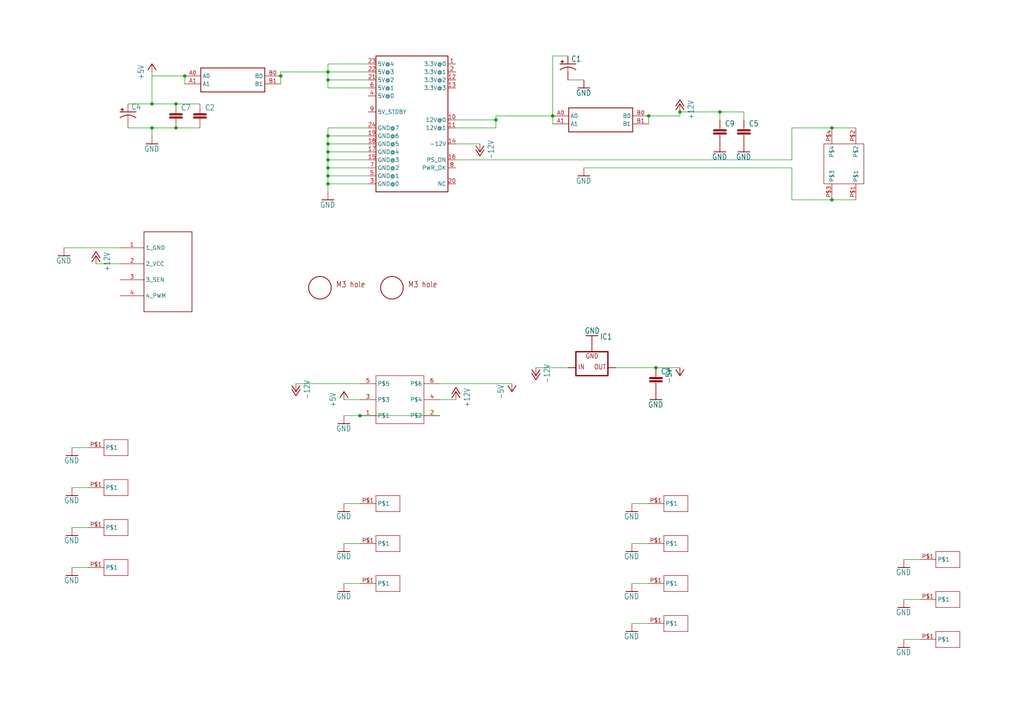
<source format=kicad_sch>
(kicad_sch (version 20230121) (generator eeschema)
  (paper "User" 325.196 229.438)
  (lib_symbols
    (symbol "appleii-eagle-import:+12V" (power)
      (property "Value" "+12V" (at -2.54 -5.08 90))
      (symbol "+12V_1_0"
        (polyline (pts (xy 0 0) (xy -1.27 -1.905)) (stroke (width 0.254)))
        (polyline (pts (xy 0 1.27) (xy -1.27 -0.635)) (stroke (width 0.254)))
        (polyline (pts (xy 1.27 -1.905) (xy 0 0)) (stroke (width 0.254)))
        (polyline (pts (xy 1.27 -0.635) (xy 0 1.27)) (stroke (width 0.254)))
        (pin power_in line (at 0 -2.54 90) (length 2.54) (name "+12V") (number "1"))
      )
    )
    (symbol "appleii-eagle-import:+5V" (power)
      (property "Value" "+5V" (at -2.54 -5.08 90))
      (symbol "+5V_1_0"
        (polyline (pts (xy 0 0) (xy -1.27 -1.905)) (stroke (width 0.254)))
        (polyline (pts (xy 1.27 -1.905) (xy 0 0)) (stroke (width 0.254)))
        (pin power_in line (at 0 -2.54 90) (length 2.54) (name "+5V") (number "1"))
      )
    )
    (symbol "appleii-eagle-import:-12V" (power)
      (property "Value" "-12V" (at -2.54 -2.54 90))
      (symbol "-12V_1_0"
        (polyline (pts (xy -1.27 0.635) (xy 0 -1.27)) (stroke (width 0.254)))
        (polyline (pts (xy -1.27 1.905) (xy 0 0)) (stroke (width 0.254)))
        (polyline (pts (xy 0 -1.27) (xy 1.27 0.635)) (stroke (width 0.254)))
        (polyline (pts (xy 0 0) (xy 1.27 1.905)) (stroke (width 0.254)))
        (pin power_in line (at 0 2.54 270) (length 2.54) (name "-12V") (number "1"))
      )
    )
    (symbol "appleii-eagle-import:-5V" (power)
      (property "Value" "-5V" (at -2.54 -2.54 90))
      (symbol "-5V_1_0"
        (polyline (pts (xy -1.27 1.905) (xy 0 0)) (stroke (width 0.254)))
        (polyline (pts (xy 0 0) (xy 1.27 1.905)) (stroke (width 0.254)))
        (pin power_in line (at 0 2.54 270) (length 2.54) (name "-5V") (number "1"))
      )
    )
    (symbol "appleii-eagle-import:4PIN_FAN"
      (symbol "4PIN_FAN_1_0"
        (polyline (pts (xy -5.08 -12.7) (xy 10.16 -12.7)) (stroke (width 0.2032)))
        (polyline (pts (xy -5.08 12.7) (xy -5.08 -12.7)) (stroke (width 0.2032)))
        (polyline (pts (xy 10.16 -12.7) (xy 10.16 12.7)) (stroke (width 0.2032)))
        (polyline (pts (xy 10.16 12.7) (xy -5.08 12.7)) (stroke (width 0.2032)))
        (pin passive line (at -12.7 7.62 0) (length 7.62) (name "1_GND") (number "1"))
        (pin passive line (at -12.7 2.54 0) (length 7.62) (name "2_VCC") (number "2"))
        (pin passive line (at -12.7 -2.54 0) (length 7.62) (name "3_SEN") (number "3"))
        (pin passive line (at -12.7 -7.62 0) (length 7.62) (name "4_PWM") (number "4"))
      )
    )
    (symbol "appleii-eagle-import:79XXS"
      (property "Reference" "IC" (at 2.54 8.89 0))
      (symbol "79XXS_1_0"
        (polyline (pts (xy -5.08 -2.54) (xy 5.08 -2.54)) (stroke (width 0.4064)))
        (polyline (pts (xy -5.08 5.08) (xy -5.08 -2.54)) (stroke (width 0.4064)))
        (polyline (pts (xy 5.08 -2.54) (xy 5.08 5.08)) (stroke (width 0.4064)))
        (polyline (pts (xy 5.08 5.08) (xy -5.08 5.08)) (stroke (width 0.4064)))
        (text "GND" (at -2.032 2.794 0) (effects (font (size 1.524 1.2954)) (justify left bottom)))
        (text "IN" (at -4.445 -0.635 0) (effects (font (size 1.524 1.2954)) (justify left bottom)))
        (text "OUT" (at 0.635 -0.635 0) (effects (font (size 1.524 1.2954)) (justify left bottom)))
        (pin input line (at 0 7.62 270) (length 2.54) (name "GND") (number "GND"))
        (pin input line (at -7.62 0 0) (length 2.54) (name "IN") (number "IN"))
        (pin passive line (at 7.62 0 180) (length 2.54) (name "OUT") (number "OUT"))
      )
    )
    (symbol "appleii-eagle-import:APPLEII"
      (symbol "APPLEII_1_0"
        (polyline (pts (xy -7.62 -7.62) (xy -7.62 7.62)) (stroke (width 0.1524)))
        (polyline (pts (xy -7.62 7.62) (xy 7.62 7.62)) (stroke (width 0.1524)))
        (polyline (pts (xy 7.62 -7.62) (xy -7.62 -7.62)) (stroke (width 0.1524)))
        (polyline (pts (xy 7.62 7.62) (xy 7.62 -7.62)) (stroke (width 0.1524)))
        (pin bidirectional line (at -12.7 -5.08 0) (length 5.08) (name "P$1") (number "1"))
        (pin bidirectional line (at 12.7 -5.08 180) (length 5.08) (name "P$2") (number "2"))
        (pin bidirectional line (at -12.7 0 0) (length 5.08) (name "P$3") (number "3"))
        (pin bidirectional line (at 12.7 0 180) (length 5.08) (name "P$4") (number "4"))
        (pin bidirectional line (at -12.7 5.08 0) (length 5.08) (name "P$5") (number "5"))
        (pin bidirectional line (at 12.7 5.08 180) (length 5.08) (name "P$6") (number "6"))
      )
    )
    (symbol "appleii-eagle-import:ATX24RH"
      (symbol "ATX24RH_1_0"
        (polyline (pts (xy -12.7 -22.86) (xy -12.7 20.32)) (stroke (width 0.254)))
        (polyline (pts (xy -12.7 20.32) (xy 10.16 20.32)) (stroke (width 0.254)))
        (polyline (pts (xy 10.16 -22.86) (xy -12.7 -22.86)) (stroke (width 0.254)))
        (polyline (pts (xy 10.16 20.32) (xy 10.16 -22.86)) (stroke (width 0.254)))
        (pin bidirectional line (at 12.7 17.78 180) (length 2.54) (name "3.3V@0") (number "1"))
        (pin bidirectional line (at 12.7 0 180) (length 2.54) (name "12V@0") (number "10"))
        (pin bidirectional line (at 12.7 -2.54 180) (length 2.54) (name "12V@1") (number "11"))
        (pin bidirectional line (at 12.7 12.7 180) (length 2.54) (name "3.3V@2") (number "12"))
        (pin bidirectional line (at 12.7 10.16 180) (length 2.54) (name "3.3V@3") (number "13"))
        (pin bidirectional line (at 12.7 -7.62 180) (length 2.54) (name "-12V") (number "14"))
        (pin bidirectional line (at -15.24 -12.7 0) (length 2.54) (name "GND@3") (number "15"))
        (pin bidirectional line (at 12.7 -12.7 180) (length 2.54) (name "PS_ON") (number "16"))
        (pin bidirectional line (at -15.24 -10.16 0) (length 2.54) (name "GND@4") (number "17"))
        (pin bidirectional line (at -15.24 -7.62 0) (length 2.54) (name "GND@5") (number "18"))
        (pin bidirectional line (at -15.24 -5.08 0) (length 2.54) (name "GND@6") (number "19"))
        (pin bidirectional line (at 12.7 15.24 180) (length 2.54) (name "3.3V@1") (number "2"))
        (pin bidirectional line (at 12.7 -20.32 180) (length 2.54) (name "NC") (number "20"))
        (pin bidirectional line (at -15.24 12.7 0) (length 2.54) (name "5V@2") (number "21"))
        (pin bidirectional line (at -15.24 15.24 0) (length 2.54) (name "5V@3") (number "22"))
        (pin bidirectional line (at -15.24 17.78 0) (length 2.54) (name "5V@4") (number "23"))
        (pin bidirectional line (at -15.24 -2.54 0) (length 2.54) (name "GND@7") (number "24"))
        (pin bidirectional line (at -15.24 -20.32 0) (length 2.54) (name "GND@0") (number "3"))
        (pin bidirectional line (at -15.24 7.62 0) (length 2.54) (name "5V@0") (number "4"))
        (pin bidirectional line (at -15.24 -17.78 0) (length 2.54) (name "GND@1") (number "5"))
        (pin bidirectional line (at -15.24 10.16 0) (length 2.54) (name "5V@1") (number "6"))
        (pin bidirectional line (at -15.24 -15.24 0) (length 2.54) (name "GND@2") (number "7"))
        (pin bidirectional line (at 12.7 -15.24 180) (length 2.54) (name "PWR_OK") (number "8"))
        (pin bidirectional line (at -15.24 2.54 0) (length 2.54) (name "5V_STDBY") (number "9"))
      )
    )
    (symbol "appleii-eagle-import:C5/2.5"
      (property "Reference" "C" (at 1.524 0.381 0))
      (symbol "C5/2.5_1_0"
        (rectangle (start -2.032 -2.032) (end 2.032 -1.524) (fill (type outline)))
        (rectangle (start -2.032 -1.016) (end 2.032 -0.508) (fill (type outline)))
        (polyline (pts (xy 0 -2.54) (xy 0 -2.032)) (stroke (width 0.1524)))
        (polyline (pts (xy 0 0) (xy 0 -0.508)) (stroke (width 0.1524)))
        (pin passive line (at 0 2.54 270) (length 2.54) (name "1") (number "1"))
        (pin passive line (at 0 -5.08 90) (length 2.54) (name "2") (number "2"))
      )
    )
    (symbol "appleii-eagle-import:CAR_FUSE_HOLDER3IN1"
      (symbol "CAR_FUSE_HOLDER3IN1_1_0"
        (polyline (pts (xy -9.906 -3.81) (xy -9.906 3.81)) (stroke (width 0.254)))
        (polyline (pts (xy -9.906 3.81) (xy 10.414 3.81)) (stroke (width 0.254)))
        (polyline (pts (xy 10.414 -3.81) (xy -9.906 -3.81)) (stroke (width 0.254)))
        (polyline (pts (xy 10.414 3.81) (xy 10.414 -3.81)) (stroke (width 0.254)))
        (pin bidirectional line (at -14.986 1.27 0) (length 5.08) (name "A0") (number "A0"))
        (pin bidirectional line (at -14.986 -1.27 0) (length 5.08) (name "A1") (number "A1"))
        (pin bidirectional line (at 15.494 1.27 180) (length 5.08) (name "B0") (number "B0"))
        (pin bidirectional line (at 15.494 -1.27 180) (length 5.08) (name "B1") (number "B1"))
      )
    )
    (symbol "appleii-eagle-import:CPOL-USE3.5-8"
      (property "Reference" "C" (at 1.016 0.635 0))
      (symbol "CPOL-USE3.5-8_1_0"
        (rectangle (start -2.253 0.668) (end -1.364 0.795) (fill (type outline)))
        (rectangle (start -1.872 0.287) (end -1.745 1.176) (fill (type outline)))
        (arc (start 0 -1.0161) (mid -1.3021 -1.2303) (end -2.4669 -1.8504) (stroke (width 0.254)))
        (polyline (pts (xy -2.54 0) (xy 2.54 0)) (stroke (width 0.254)))
        (polyline (pts (xy 0 -1.016) (xy 0 -2.54)) (stroke (width 0.1524)))
        (arc (start 2.4892 -1.8541) (mid 1.3158 -1.2194) (end 0 -1) (stroke (width 0.254)))
        (pin passive line (at 0 2.54 270) (length 2.54) (name "+") (number "+"))
        (pin passive line (at 0 -5.08 90) (length 2.54) (name "-") (number "-"))
      )
    )
    (symbol "appleii-eagle-import:EDGEPAD"
      (symbol "EDGEPAD_1_0"
        (polyline (pts (xy 0 -2.54) (xy 7.62 -2.54)) (stroke (width 0.1524)))
        (polyline (pts (xy 0 2.54) (xy 0 -2.54)) (stroke (width 0.1524)))
        (polyline (pts (xy 7.62 -2.54) (xy 7.62 2.54)) (stroke (width 0.1524)))
        (polyline (pts (xy 7.62 2.54) (xy 0 2.54)) (stroke (width 0.1524)))
        (pin bidirectional line (at -5.08 0 0) (length 5.08) (name "P$1") (number "P$1"))
      )
    )
    (symbol "appleii-eagle-import:GND" (power)
      (property "Value" "GND" (at -2.54 -2.54 0))
      (symbol "GND_1_0"
        (polyline (pts (xy -1.905 0) (xy 1.905 0)) (stroke (width 0.254)))
        (pin power_in line (at 0 2.54 270) (length 2.54) (name "GND") (number "1"))
      )
    )
    (symbol "appleii-eagle-import:M3_MOUNTING_HOLE"
      (symbol "M3_MOUNTING_HOLE_1_0"
        (circle (center 0 0) (radius 3.5921) (stroke (width 0.254)))
        (text "M3 hole" (at 5.08 0 0) (effects (font (size 1.778 1.5113)) (justify left bottom)))
      )
    )
    (symbol "appleii-eagle-import:ROCK_SW"
      (symbol "ROCK_SW_1_0"
        (polyline (pts (xy -5.08 -5.08) (xy 7.62 -5.08)) (stroke (width 0.1524)))
        (polyline (pts (xy -5.08 7.62) (xy -5.08 -5.08)) (stroke (width 0.1524)))
        (polyline (pts (xy 7.62 -5.08) (xy 7.62 7.62)) (stroke (width 0.1524)))
        (polyline (pts (xy 7.62 7.62) (xy -5.08 7.62)) (stroke (width 0.1524)))
        (pin bidirectional line (at -10.16 -2.54 0) (length 5.08) (name "P$1") (number "P$1"))
        (pin bidirectional line (at 12.7 -2.54 180) (length 5.08) (name "P$2") (number "P$2"))
        (pin bidirectional line (at -10.16 5.08 0) (length 5.08) (name "P$3") (number "P$3"))
        (pin bidirectional line (at 12.7 5.08 180) (length 5.08) (name "P$4") (number "P$4"))
      )
    )
  )
  (junction (at 58.674 24.13))
  (junction (at 228.6 35.56))
  (junction (at 175.514 36.83))
  (junction (at 104.14 50.8))
  (junction (at 114.3 132.08))
  (junction (at 264.16 63.5))
  (junction (at 264.16 40.64))
  (junction (at 55.88 33.02))
  (junction (at 104.14 22.86))
  (junction (at 104.14 55.88))
  (junction (at 104.14 43.18))
  (junction (at 104.14 58.42))
  (junction (at 104.14 45.72))
  (junction (at 104.14 53.34))
  (junction (at 208.28 116.84))
  (junction (at 104.14 48.26))
  (junction (at 205.994 36.83))
  (junction (at 157.48 38.1))
  (junction (at 89.154 24.13))
  (junction (at 48.26 33.02))
  (junction (at 55.88 40.64))
  (junction (at 104.14 25.4))
  (junction (at 215.9 35.56))
  (junction (at 48.26 40.64))
  (wire (pts (xy 195.58 116.84) (xy 208.28 116.84)) (stroke (width 0.1524)))
  (wire (pts (xy 144.78 50.8) (xy 251.46 50.8)) (stroke (width 0.1524)))
  (wire (pts (xy 109.22 172.72) (xy 114.3 172.72)) (stroke (width 0.1524)))
  (wire (pts (xy 175.514 39.37) (xy 175.514 36.83)) (stroke (width 0.1524)))
  (wire (pts (xy 228.6 35.56) (xy 215.9 35.56)) (stroke (width 0.1524)))
  (wire (pts (xy 104.14 55.88) (xy 104.14 58.42)) (stroke (width 0.1524)))
  (wire (pts (xy 109.22 160.02) (xy 114.3 160.02)) (stroke (width 0.1524)))
  (wire (pts (xy 215.9 36.83) (xy 205.994 36.83)) (stroke (width 0.1524)))
  (wire (pts (xy 144.78 38.1) (xy 157.48 38.1)) (stroke (width 0.1524)))
  (wire (pts (xy 157.48 36.83) (xy 157.48 38.1)) (stroke (width 0.1524)))
  (wire (pts (xy 104.14 58.42) (xy 104.14 60.96)) (stroke (width 0.1524)))
  (wire (pts (xy 185.42 53.34) (xy 251.46 53.34)) (stroke (width 0.1524)))
  (wire (pts (xy 116.84 43.18) (xy 104.14 43.18)) (stroke (width 0.1524)))
  (wire (pts (xy 109.22 185.42) (xy 114.3 185.42)) (stroke (width 0.1524)))
  (wire (pts (xy 116.84 20.32) (xy 104.14 20.32)) (stroke (width 0.1524)))
  (wire (pts (xy 215.9 35.56) (xy 215.9 36.83)) (stroke (width 0.1524)))
  (wire (pts (xy 264.16 63.5) (xy 271.78 63.5)) (stroke (width 0.1524)))
  (wire (pts (xy 104.14 45.72) (xy 116.84 45.72)) (stroke (width 0.1524)))
  (wire (pts (xy 104.14 22.86) (xy 89.154 22.86)) (stroke (width 0.1524)))
  (wire (pts (xy 22.86 167.64) (xy 27.94 167.64)) (stroke (width 0.1524)))
  (wire (pts (xy 109.22 132.08) (xy 114.3 132.08)) (stroke (width 0.1524)))
  (wire (pts (xy 152.4 45.72) (xy 144.78 45.72)) (stroke (width 0.1524)))
  (wire (pts (xy 116.84 22.86) (xy 104.14 22.86)) (stroke (width 0.1524)))
  (wire (pts (xy 48.26 40.64) (xy 55.88 40.64)) (stroke (width 0.1524)))
  (wire (pts (xy 144.78 40.64) (xy 157.48 40.64)) (stroke (width 0.1524)))
  (wire (pts (xy 208.28 116.84) (xy 215.9 116.84)) (stroke (width 0.1524)))
  (wire (pts (xy 180.34 25.4) (xy 185.42 25.4)) (stroke (width 0.1524)))
  (wire (pts (xy 200.66 185.42) (xy 205.74 185.42)) (stroke (width 0.1524)))
  (wire (pts (xy 30.48 83.82) (xy 38.1 83.82)) (stroke (width 0.1524)))
  (wire (pts (xy 89.154 22.86) (xy 89.154 24.13)) (stroke (width 0.1524)))
  (wire (pts (xy 205.994 39.37) (xy 205.994 36.83)) (stroke (width 0.1524)))
  (wire (pts (xy 104.14 22.86) (xy 104.14 20.32)) (stroke (width 0.1524)))
  (wire (pts (xy 104.14 25.4) (xy 104.14 22.86)) (stroke (width 0.1524)))
  (wire (pts (xy 287.02 177.8) (xy 292.1 177.8)) (stroke (width 0.1524)))
  (wire (pts (xy 139.7 121.92) (xy 162.56 121.92)) (stroke (width 0.1524)))
  (wire (pts (xy 271.78 40.64) (xy 264.16 40.64)) (stroke (width 0.1524)))
  (wire (pts (xy 104.14 27.94) (xy 104.14 25.4)) (stroke (width 0.1524)))
  (wire (pts (xy 22.86 180.34) (xy 27.94 180.34)) (stroke (width 0.1524)))
  (wire (pts (xy 104.14 55.88) (xy 116.84 55.88)) (stroke (width 0.1524)))
  (wire (pts (xy 104.14 43.18) (xy 104.14 45.72)) (stroke (width 0.1524)))
  (wire (pts (xy 287.02 190.5) (xy 292.1 190.5)) (stroke (width 0.1524)))
  (wire (pts (xy 170.18 116.84) (xy 180.34 116.84)) (stroke (width 0.1524)))
  (wire (pts (xy 93.98 121.92) (xy 114.3 121.92)) (stroke (width 0.1524)))
  (wire (pts (xy 114.3 132.08) (xy 139.7 132.08)) (stroke (width 0.1524)))
  (wire (pts (xy 109.22 127) (xy 114.3 127)) (stroke (width 0.1524)))
  (wire (pts (xy 116.84 48.26) (xy 104.14 48.26)) (stroke (width 0.1524)))
  (wire (pts (xy 116.84 58.42) (xy 104.14 58.42)) (stroke (width 0.1524)))
  (wire (pts (xy 175.514 17.78) (xy 180.34 17.78)) (stroke (width 0.1524)))
  (wire (pts (xy 104.14 50.8) (xy 104.14 53.34)) (stroke (width 0.1524)))
  (wire (pts (xy 251.46 40.64) (xy 264.16 40.64)) (stroke (width 0.1524)))
  (wire (pts (xy 55.88 33.02) (xy 63.5 33.02)) (stroke (width 0.1524)))
  (wire (pts (xy 104.14 53.34) (xy 104.14 55.88)) (stroke (width 0.1524)))
  (wire (pts (xy 104.14 50.8) (xy 116.84 50.8)) (stroke (width 0.1524)))
  (wire (pts (xy 48.26 33.02) (xy 40.64 33.02)) (stroke (width 0.1524)))
  (wire (pts (xy 175.514 36.83) (xy 157.48 36.83)) (stroke (width 0.1524)))
  (wire (pts (xy 175.514 36.83) (xy 175.514 17.78)) (stroke (width 0.1524)))
  (wire (pts (xy 22.86 154.94) (xy 27.94 154.94)) (stroke (width 0.1524)))
  (wire (pts (xy 200.66 160.02) (xy 205.74 160.02)) (stroke (width 0.1524)))
  (wire (pts (xy 48.26 22.86) (xy 48.26 33.02)) (stroke (width 0.1524)))
  (wire (pts (xy 251.46 53.34) (xy 251.46 63.5)) (stroke (width 0.1524)))
  (wire (pts (xy 116.84 53.34) (xy 104.14 53.34)) (stroke (width 0.1524)))
  (wire (pts (xy 48.26 40.64) (xy 48.26 43.18)) (stroke (width 0.1524)))
  (wire (pts (xy 104.14 48.26) (xy 104.14 50.8)) (stroke (width 0.1524)))
  (wire (pts (xy 116.84 25.4) (xy 104.14 25.4)) (stroke (width 0.1524)))
  (wire (pts (xy 58.674 24.13) (xy 48.26 24.13)) (stroke (width 0.1524)))
  (wire (pts (xy 55.88 33.02) (xy 48.26 33.02)) (stroke (width 0.1524)))
  (wire (pts (xy 228.6 38.1) (xy 228.6 35.56)) (stroke (width 0.1524)))
  (wire (pts (xy 48.26 40.64) (xy 40.64 40.64)) (stroke (width 0.1524)))
  (wire (pts (xy 104.14 40.64) (xy 104.14 43.18)) (stroke (width 0.1524)))
  (wire (pts (xy 200.66 198.12) (xy 205.74 198.12)) (stroke (width 0.1524)))
  (wire (pts (xy 89.154 24.13) (xy 89.154 26.67)) (stroke (width 0.1524)))
  (wire (pts (xy 63.5 40.64) (xy 55.88 40.64)) (stroke (width 0.1524)))
  (wire (pts (xy 139.7 127) (xy 144.78 127)) (stroke (width 0.1524)))
  (wire (pts (xy 22.86 142.24) (xy 27.94 142.24)) (stroke (width 0.1524)))
  (wire (pts (xy 200.66 172.72) (xy 205.74 172.72)) (stroke (width 0.1524)))
  (wire (pts (xy 251.46 63.5) (xy 264.16 63.5)) (stroke (width 0.1524)))
  (wire (pts (xy 104.14 45.72) (xy 104.14 48.26)) (stroke (width 0.1524)))
  (wire (pts (xy 251.46 50.8) (xy 251.46 40.64)) (stroke (width 0.1524)))
  (wire (pts (xy 287.02 203.2) (xy 292.1 203.2)) (stroke (width 0.1524)))
  (wire (pts (xy 58.674 24.13) (xy 58.674 26.67)) (stroke (width 0.1524)))
  (wire (pts (xy 228.6 35.56) (xy 236.22 35.56)) (stroke (width 0.1524)))
  (wire (pts (xy 38.1 78.74) (xy 20.32 78.74)) (stroke (width 0.1524)))
  (wire (pts (xy 157.48 38.1) (xy 157.48 40.64)) (stroke (width 0.1524)))
  (wire (pts (xy 116.84 40.64) (xy 104.14 40.64)) (stroke (width 0.1524)))
  (wire (pts (xy 236.22 35.56) (xy 236.22 38.1)) (stroke (width 0.1524)))
  (wire (pts (xy 116.84 27.94) (xy 104.14 27.94)) (stroke (width 0.1524)))
  (symbol (lib_id "appleii-eagle-import:-12V") (at 170.18 119.38 0) (mirror y) (unit 1)
    (property "Reference" "#P-3" (effects hide))
    (property "Value" "-12V" (at 172.72 121.92 90) (effects (font (size 1.778 1.5113)) (justify left bottom)))
  )
  (symbol (lib_id "appleii-eagle-import:C5/2.5") (at 63.5 35.56 0) (unit 1)
    (property "Reference" "C2" (at 65.024 35.179 0) (effects (font (size 1.778 1.5113)) (justify left bottom)))
    (property "Value" "C5/2.5" (effects hide))
    (property "Footprint" "appleii:C5B2.5" (effects hide))
  )
  (symbol (lib_id "appleii-eagle-import:EDGEPAD") (at 33.02 142.24 0) (unit 1)
    (property "Reference" "U$7" (effects hide))
    (property "Value" "EDGEPAD" (effects hide))
    (property "Footprint" "appleii:EDGEPAD" (effects hide))
  )
  (symbol (lib_id "appleii-eagle-import:+5V") (at 109.22 124.46 0) (unit 1)
    (property "Reference" "#P+1" (effects hide))
    (property "Value" "+5V" (at 106.68 129.54 90) (effects (font (size 1.778 1.5113)) (justify left bottom)))
  )
  (symbol (lib_id "appleii-eagle-import:EDGEPAD") (at 210.82 172.72 0) (unit 1)
    (property "Reference" "U$15" (effects hide))
    (property "Value" "EDGEPAD" (effects hide))
    (property "Footprint" "appleii:EDGEPAD" (effects hide))
  )
  (symbol (lib_id "appleii-eagle-import:C5/2.5") (at 236.22 40.64 0) (unit 1)
    (property "Reference" "C5" (at 237.744 40.259 0) (effects (font (size 1.778 1.5113)) (justify left bottom)))
    (property "Value" "C5/2.5" (effects hide))
    (property "Footprint" "appleii:C5B2.5" (effects hide))
  )
  (symbol (lib_id "appleii-eagle-import:EDGEPAD") (at 297.18 177.8 0) (unit 1)
    (property "Reference" "U$18" (effects hide))
    (property "Value" "EDGEPAD" (effects hide))
    (property "Footprint" "appleii:EDGEPAD" (effects hide))
  )
  (symbol (lib_id "appleii-eagle-import:M3_MOUNTING_HOLE") (at 101.6 91.44 0) (unit 1)
    (property "Reference" "U$4" (effects hide))
    (property "Value" "M3_MOUNTING_HOLE" (effects hide))
    (property "Footprint" "appleii:M3_MOUNTING_HOLE_PACK" (effects hide))
  )
  (symbol (lib_id "appleii-eagle-import:GND") (at 104.14 63.5 0) (unit 1)
    (property "Reference" "#GND2" (effects hide))
    (property "Value" "GND" (at 101.6 66.04 0) (effects (font (size 1.778 1.5113)) (justify left bottom)))
  )
  (symbol (lib_id "appleii-eagle-import:+5V") (at 48.26 20.32 0) (unit 1)
    (property "Reference" "#P+3" (effects hide))
    (property "Value" "+5V" (at 45.72 25.4 90) (effects (font (size 1.778 1.5113)) (justify left bottom)))
  )
  (symbol (lib_id "appleii-eagle-import:CPOL-USE3.5-8") (at 180.34 20.32 0) (unit 1)
    (property "Reference" "C1" (at 181.356 19.685 0) (effects (font (size 1.778 1.5113)) (justify left bottom)))
    (property "Value" "CPOL-USE3.5-8" (effects hide))
    (property "Footprint" "appleii:E3,5-8" (effects hide))
  )
  (symbol (lib_id "appleii-eagle-import:EDGEPAD") (at 297.18 203.2 0) (unit 1)
    (property "Reference" "U$20" (effects hide))
    (property "Value" "EDGEPAD" (effects hide))
    (property "Footprint" "appleii:EDGEPAD" (effects hide))
  )
  (symbol (lib_id "appleii-eagle-import:GND") (at 109.22 134.62 0) (unit 1)
    (property "Reference" "#GND1" (effects hide))
    (property "Value" "GND" (at 106.68 137.16 0) (effects (font (size 1.778 1.5113)) (justify left bottom)))
  )
  (symbol (lib_id "appleii-eagle-import:GND") (at 185.42 55.88 0) (unit 1)
    (property "Reference" "#GND3" (effects hide))
    (property "Value" "GND" (at 182.88 58.42 0) (effects (font (size 1.778 1.5113)) (justify left bottom)))
  )
  (symbol (lib_id "appleii-eagle-import:M3_MOUNTING_HOLE") (at 124.46 91.44 0) (unit 1)
    (property "Reference" "U$5" (effects hide))
    (property "Value" "M3_MOUNTING_HOLE" (effects hide))
    (property "Footprint" "appleii:M3_MOUNTING_HOLE_PACK" (effects hide))
  )
  (symbol (lib_id "appleii-eagle-import:GND") (at 22.86 157.48 0) (unit 1)
    (property "Reference" "#GND6" (effects hide))
    (property "Value" "GND" (at 20.32 160.02 0) (effects (font (size 1.778 1.5113)) (justify left bottom)))
  )
  (symbol (lib_id "appleii-eagle-import:79XXS") (at 187.96 116.84 0) (unit 1)
    (property "Reference" "IC1" (at 190.5 107.95 0) (effects (font (size 1.778 1.5113)) (justify left bottom)))
    (property "Value" "79XXS" (effects hide))
    (property "Footprint" "appleii:79XXS" (effects hide))
  )
  (symbol (lib_id "appleii-eagle-import:GND") (at 185.42 27.94 0) (unit 1)
    (property "Reference" "#GND9" (effects hide))
    (property "Value" "GND" (at 182.88 30.48 0) (effects (font (size 1.778 1.5113)) (justify left bottom)))
  )
  (symbol (lib_id "appleii-eagle-import:GND") (at 109.22 162.56 0) (unit 1)
    (property "Reference" "#GND13" (effects hide))
    (property "Value" "GND" (at 106.68 165.1 0) (effects (font (size 1.778 1.5113)) (justify left bottom)))
  )
  (symbol (lib_id "appleii-eagle-import:GND") (at 109.22 175.26 0) (unit 1)
    (property "Reference" "#GND14" (effects hide))
    (property "Value" "GND" (at 106.68 177.8 0) (effects (font (size 1.778 1.5113)) (justify left bottom)))
  )
  (symbol (lib_id "appleii-eagle-import:GND") (at 22.86 182.88 0) (unit 1)
    (property "Reference" "#GND12" (effects hide))
    (property "Value" "GND" (at 20.32 185.42 0) (effects (font (size 1.778 1.5113)) (justify left bottom)))
  )
  (symbol (lib_id "appleii-eagle-import:GND") (at 228.6 48.26 0) (unit 1)
    (property "Reference" "#GND25" (effects hide))
    (property "Value" "GND" (at 226.06 50.8 0) (effects (font (size 1.778 1.5113)) (justify left bottom)))
  )
  (symbol (lib_id "appleii-eagle-import:GND") (at 200.66 187.96 0) (unit 1)
    (property "Reference" "#GND18" (effects hide))
    (property "Value" "GND" (at 198.12 190.5 0) (effects (font (size 1.778 1.5113)) (justify left bottom)))
  )
  (symbol (lib_id "appleii-eagle-import:4PIN_FAN") (at 50.8 86.36 0) (unit 1)
    (property "Reference" "JP3" (effects hide))
    (property "Value" "4PIN_FAN" (effects hide))
    (property "Footprint" "appleii:1X04" (effects hide))
  )
  (symbol (lib_id "appleii-eagle-import:C5/2.5") (at 55.88 35.56 0) (unit 1)
    (property "Reference" "C7" (at 57.404 35.179 0) (effects (font (size 1.778 1.5113)) (justify left bottom)))
    (property "Value" "C5/2.5" (effects hide))
    (property "Footprint" "appleii:C5B2.5" (effects hide))
  )
  (symbol (lib_id "appleii-eagle-import:GND") (at 109.22 187.96 0) (unit 1)
    (property "Reference" "#GND15" (effects hide))
    (property "Value" "GND" (at 106.68 190.5 0) (effects (font (size 1.778 1.5113)) (justify left bottom)))
  )
  (symbol (lib_id "appleii-eagle-import:ATX24RH") (at 132.08 38.1 0) (unit 1)
    (property "Reference" "J1" (effects hide))
    (property "Value" "ATX24RH" (effects hide))
    (property "Footprint" "appleii:ATX24_RIGHT_ANGLE" (effects hide))
  )
  (symbol (lib_id "appleii-eagle-import:-12V") (at 152.4 48.26 0) (mirror y) (unit 1)
    (property "Reference" "#P-1" (effects hide))
    (property "Value" "-12V" (at 154.94 50.8 90) (effects (font (size 1.778 1.5113)) (justify left bottom)))
  )
  (symbol (lib_id "appleii-eagle-import:GND") (at 187.96 106.68 180) (unit 1)
    (property "Reference" "#GND5" (effects hide))
    (property "Value" "GND" (at 190.5 104.14 0) (effects (font (size 1.778 1.5113)) (justify left bottom)))
  )
  (symbol (lib_id "appleii-eagle-import:APPLEII") (at 127 127 0) (unit 1)
    (property "Reference" "U$6" (effects hide))
    (property "Value" "APPLEII" (effects hide))
    (property "Footprint" "appleii:APPLEII" (effects hide))
  )
  (symbol (lib_id "appleii-eagle-import:GND") (at 287.02 180.34 0) (unit 1)
    (property "Reference" "#GND20" (effects hide))
    (property "Value" "GND" (at 284.48 182.88 0) (effects (font (size 1.778 1.5113)) (justify left bottom)))
  )
  (symbol (lib_id "appleii-eagle-import:GND") (at 236.22 48.26 0) (unit 1)
    (property "Reference" "#GND10" (effects hide))
    (property "Value" "GND" (at 233.68 50.8 0) (effects (font (size 1.778 1.5113)) (justify left bottom)))
  )
  (symbol (lib_id "appleii-eagle-import:GND") (at 200.66 162.56 0) (unit 1)
    (property "Reference" "#GND16" (effects hide))
    (property "Value" "GND" (at 198.12 165.1 0) (effects (font (size 1.778 1.5113)) (justify left bottom)))
  )
  (symbol (lib_id "appleii-eagle-import:C5/2.5") (at 208.28 119.38 0) (unit 1)
    (property "Reference" "C3" (at 209.804 118.999 0) (effects (font (size 1.778 1.5113)) (justify left bottom)))
    (property "Value" "C5/2.5" (effects hide))
    (property "Footprint" "appleii:C5B2.5" (effects hide))
  )
  (symbol (lib_id "appleii-eagle-import:GND") (at 287.02 193.04 0) (unit 1)
    (property "Reference" "#GND21" (effects hide))
    (property "Value" "GND" (at 284.48 195.58 0) (effects (font (size 1.778 1.5113)) (justify left bottom)))
  )
  (symbol (lib_id "appleii-eagle-import:EDGEPAD") (at 33.02 180.34 0) (unit 1)
    (property "Reference" "U$10" (effects hide))
    (property "Value" "EDGEPAD" (effects hide))
    (property "Footprint" "appleii:EDGEPAD" (effects hide))
  )
  (symbol (lib_id "appleii-eagle-import:EDGEPAD") (at 119.38 172.72 0) (unit 1)
    (property "Reference" "U$12" (effects hide))
    (property "Value" "EDGEPAD" (effects hide))
    (property "Footprint" "appleii:EDGEPAD" (effects hide))
  )
  (symbol (lib_id "appleii-eagle-import:C5/2.5") (at 228.6 40.64 0) (unit 1)
    (property "Reference" "C9" (at 230.124 40.259 0) (effects (font (size 1.778 1.5113)) (justify left bottom)))
    (property "Value" "C5/2.5" (effects hide))
    (property "Footprint" "appleii:C5B2.5" (effects hide))
  )
  (symbol (lib_id "appleii-eagle-import:GND") (at 208.28 127 0) (unit 1)
    (property "Reference" "#GND11" (effects hide))
    (property "Value" "GND" (at 205.74 129.54 0) (effects (font (size 1.778 1.5113)) (justify left bottom)))
  )
  (symbol (lib_id "appleii-eagle-import:EDGEPAD") (at 297.18 190.5 0) (unit 1)
    (property "Reference" "U$19" (effects hide))
    (property "Value" "EDGEPAD" (effects hide))
    (property "Footprint" "appleii:EDGEPAD" (effects hide))
  )
  (symbol (lib_id "appleii-eagle-import:EDGEPAD") (at 33.02 154.94 0) (unit 1)
    (property "Reference" "U$8" (effects hide))
    (property "Value" "EDGEPAD" (effects hide))
    (property "Footprint" "appleii:EDGEPAD" (effects hide))
  )
  (symbol (lib_id "appleii-eagle-import:-5V") (at 162.56 124.46 0) (unit 1)
    (property "Reference" "#P-5" (effects hide))
    (property "Value" "-5V" (at 160.02 127 90) (effects (font (size 1.778 1.5113)) (justify left bottom)))
  )
  (symbol (lib_id "appleii-eagle-import:GND") (at 287.02 205.74 0) (unit 1)
    (property "Reference" "#GND22" (effects hide))
    (property "Value" "GND" (at 284.48 208.28 0) (effects (font (size 1.778 1.5113)) (justify left bottom)))
  )
  (symbol (lib_id "appleii-eagle-import:EDGEPAD") (at 119.38 185.42 0) (unit 1)
    (property "Reference" "U$13" (effects hide))
    (property "Value" "EDGEPAD" (effects hide))
    (property "Footprint" "appleii:EDGEPAD" (effects hide))
  )
  (symbol (lib_id "appleii-eagle-import:CAR_FUSE_HOLDER3IN1") (at 73.66 25.4 0) (unit 1)
    (property "Reference" "U$1" (effects hide))
    (property "Value" "CAR_FUSE_HOLDER3IN1" (effects hide))
    (property "Footprint" "appleii:FUSE_HOLDER_3IN1" (effects hide))
  )
  (symbol (lib_id "appleii-eagle-import:EDGEPAD") (at 210.82 160.02 0) (unit 1)
    (property "Reference" "U$14" (effects hide))
    (property "Value" "EDGEPAD" (effects hide))
    (property "Footprint" "appleii:EDGEPAD" (effects hide))
  )
  (symbol (lib_id "appleii-eagle-import:GND") (at 22.86 144.78 0) (unit 1)
    (property "Reference" "#GND4" (effects hide))
    (property "Value" "GND" (at 20.32 147.32 0) (effects (font (size 1.778 1.5113)) (justify left bottom)))
  )
  (symbol (lib_id "appleii-eagle-import:+12V") (at 215.9 33.02 0) (mirror y) (unit 1)
    (property "Reference" "#P+2" (effects hide))
    (property "Value" "+12V" (at 218.44 38.1 90) (effects (font (size 1.778 1.5113)) (justify left bottom)))
  )
  (symbol (lib_id "appleii-eagle-import:CPOL-USE3.5-8") (at 40.64 35.56 0) (unit 1)
    (property "Reference" "C4" (at 41.656 34.925 0) (effects (font (size 1.778 1.5113)) (justify left bottom)))
    (property "Value" "CPOL-USE3.5-8" (effects hide))
    (property "Footprint" "appleii:E3,5-8" (effects hide))
  )
  (symbol (lib_id "appleii-eagle-import:EDGEPAD") (at 210.82 198.12 0) (unit 1)
    (property "Reference" "U$17" (effects hide))
    (property "Value" "EDGEPAD" (effects hide))
    (property "Footprint" "appleii:EDGEPAD" (effects hide))
  )
  (symbol (lib_id "appleii-eagle-import:-12V") (at 93.98 124.46 0) (mirror y) (unit 1)
    (property "Reference" "#P-2" (effects hide))
    (property "Value" "-12V" (at 96.52 127 90) (effects (font (size 1.778 1.5113)) (justify left bottom)))
  )
  (symbol (lib_id "appleii-eagle-import:GND") (at 200.66 200.66 0) (unit 1)
    (property "Reference" "#GND19" (effects hide))
    (property "Value" "GND" (at 198.12 203.2 0) (effects (font (size 1.778 1.5113)) (justify left bottom)))
  )
  (symbol (lib_id "appleii-eagle-import:EDGEPAD") (at 119.38 160.02 0) (unit 1)
    (property "Reference" "U$11" (effects hide))
    (property "Value" "EDGEPAD" (effects hide))
    (property "Footprint" "appleii:EDGEPAD" (effects hide))
  )
  (symbol (lib_id "appleii-eagle-import:-5V") (at 215.9 119.38 0) (unit 1)
    (property "Reference" "#P-4" (effects hide))
    (property "Value" "-5V" (at 213.36 121.92 90) (effects (font (size 1.778 1.5113)) (justify left bottom)))
  )
  (symbol (lib_id "appleii-eagle-import:CAR_FUSE_HOLDER3IN1") (at 190.5 38.1 0) (unit 1)
    (property "Reference" "U$2" (effects hide))
    (property "Value" "CAR_FUSE_HOLDER3IN1" (effects hide))
    (property "Footprint" "appleii:FUSE_HOLDER_3IN1" (effects hide))
  )
  (symbol (lib_id "appleii-eagle-import:ROCK_SW") (at 269.24 53.34 90) (unit 1)
    (property "Reference" "U$3" (effects hide))
    (property "Value" "ROCK_SW" (effects hide))
    (property "Footprint" "appleii:ROCK_SWITCH" (effects hide))
  )
  (symbol (lib_id "appleii-eagle-import:GND") (at 200.66 175.26 0) (unit 1)
    (property "Reference" "#GND17" (effects hide))
    (property "Value" "GND" (at 198.12 177.8 0) (effects (font (size 1.778 1.5113)) (justify left bottom)))
  )
  (symbol (lib_id "appleii-eagle-import:+12V") (at 30.48 81.28 0) (mirror y) (unit 1)
    (property "Reference" "#P+5" (effects hide))
    (property "Value" "+12V" (at 33.02 86.36 90) (effects (font (size 1.778 1.5113)) (justify left bottom)))
  )
  (symbol (lib_id "appleii-eagle-import:GND") (at 22.86 170.18 0) (unit 1)
    (property "Reference" "#GND8" (effects hide))
    (property "Value" "GND" (at 20.32 172.72 0) (effects (font (size 1.778 1.5113)) (justify left bottom)))
  )
  (symbol (lib_id "appleii-eagle-import:+12V") (at 144.78 124.46 0) (mirror y) (unit 1)
    (property "Reference" "#P+4" (effects hide))
    (property "Value" "+12V" (at 147.32 129.54 90) (effects (font (size 1.778 1.5113)) (justify left bottom)))
  )
  (symbol (lib_id "appleii-eagle-import:GND") (at 20.32 81.28 0) (unit 1)
    (property "Reference" "#GND7" (effects hide))
    (property "Value" "GND" (at 17.78 83.82 0) (effects (font (size 1.778 1.5113)) (justify left bottom)))
  )
  (symbol (lib_id "appleii-eagle-import:EDGEPAD") (at 210.82 185.42 0) (unit 1)
    (property "Reference" "U$16" (effects hide))
    (property "Value" "EDGEPAD" (effects hide))
    (property "Footprint" "appleii:EDGEPAD" (effects hide))
  )
  (symbol (lib_id "appleii-eagle-import:EDGEPAD") (at 33.02 167.64 0) (unit 1)
    (property "Reference" "U$9" (effects hide))
    (property "Value" "EDGEPAD" (effects hide))
    (property "Footprint" "appleii:EDGEPAD" (effects hide))
  )
  (symbol (lib_id "appleii-eagle-import:GND") (at 48.26 45.72 0) (unit 1)
    (property "Reference" "#GND24" (effects hide))
    (property "Value" "GND" (at 45.72 48.26 0) (effects (font (size 1.778 1.5113)) (justify left bottom)))
  )
)
</source>
